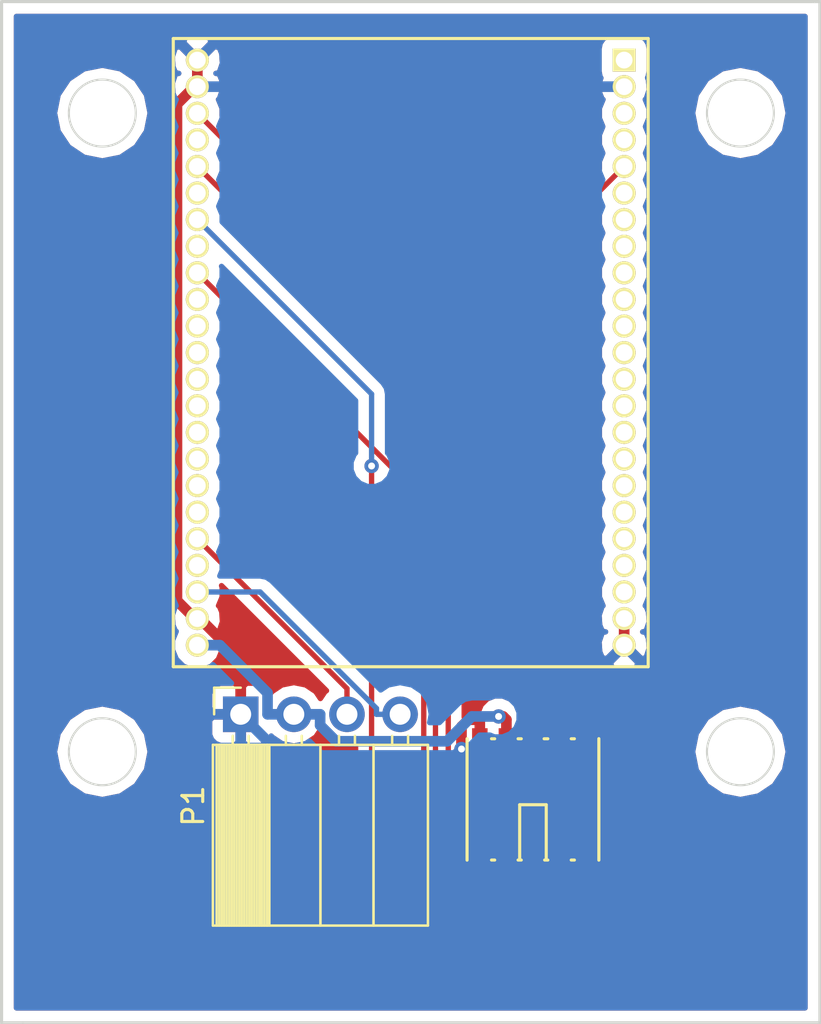
<source format=kicad_pcb>
(kicad_pcb (version 4) (host pcbnew 4.0.4-stable)

  (general
    (links 18)
    (no_connects 0)
    (area 129.819399 88.671399 167.360602 140.944602)
    (thickness 1.6)
    (drawings 10)
    (tracks 70)
    (zones 0)
    (modules 3)
    (nets 43)
  )

  (page A4)
  (layers
    (0 F.Cu signal)
    (31 B.Cu signal)
    (32 B.Adhes user)
    (33 F.Adhes user)
    (34 B.Paste user)
    (35 F.Paste user)
    (36 B.SilkS user)
    (37 F.SilkS user)
    (38 B.Mask user)
    (39 F.Mask user)
    (40 Dwgs.User user)
    (41 Cmts.User user)
    (42 Eco1.User user)
    (43 Eco2.User user)
    (44 Edge.Cuts user)
    (45 Margin user)
    (46 B.CrtYd user)
    (47 F.CrtYd user)
    (48 B.Fab user)
    (49 F.Fab user)
  )

  (setup
    (last_trace_width 0.254)
    (trace_clearance 0.1524)
    (zone_clearance 0.508)
    (zone_45_only no)
    (trace_min 0.1524)
    (segment_width 0.2)
    (edge_width 0.15)
    (via_size 0.6858)
    (via_drill 0.3302)
    (via_min_size 0.6858)
    (via_min_drill 0.3302)
    (uvia_size 0.762)
    (uvia_drill 0.508)
    (uvias_allowed no)
    (uvia_min_size 0)
    (uvia_min_drill 0)
    (pcb_text_width 0.3)
    (pcb_text_size 1.5 1.5)
    (mod_edge_width 0.15)
    (mod_text_size 1 1)
    (mod_text_width 0.15)
    (pad_size 1.524 1.524)
    (pad_drill 0.762)
    (pad_to_mask_clearance 0.2)
    (aux_axis_origin 0 0)
    (visible_elements 7FFFFFFF)
    (pcbplotparams
      (layerselection 0x00030_80000001)
      (usegerberextensions false)
      (excludeedgelayer true)
      (linewidth 0.100000)
      (plotframeref false)
      (viasonmask false)
      (mode 1)
      (useauxorigin false)
      (hpglpennumber 1)
      (hpglpenspeed 20)
      (hpglpendiameter 15)
      (hpglpenoverlay 2)
      (psnegative false)
      (psa4output false)
      (plotreference true)
      (plotvalue true)
      (plotinvisibletext false)
      (padsonsilk false)
      (subtractmaskfromsilk false)
      (outputformat 1)
      (mirror false)
      (drillshape 1)
      (scaleselection 1)
      (outputdirectory ""))
  )

  (net 0 "")
  (net 1 /TCK)
  (net 2 GND)
  (net 3 /TDO)
  (net 4 /3.3V)
  (net 5 /TMS)
  (net 6 "Net-(CON1-Pad6)")
  (net 7 /NC)
  (net 8 /TDI)
  (net 9 "Net-(IC1-Pad35)")
  (net 10 "Net-(IC1-Pad12)")
  (net 11 "Net-(IC1-Pad13)")
  (net 12 "Net-(IC1-Pad14)")
  (net 13 "Net-(IC1-Pad15)")
  (net 14 "Net-(IC1-Pad16)")
  (net 15 "Net-(IC1-Pad17)")
  (net 16 "Net-(IC1-Pad18)")
  (net 17 "Net-(IC1-Pad19)")
  (net 18 "Net-(IC1-Pad20)")
  (net 19 "Net-(IC1-Pad21)")
  (net 20 "Net-(IC1-Pad11)")
  (net 21 "Net-(IC1-Pad10)")
  (net 22 "Net-(IC1-Pad9)")
  (net 23 "Net-(IC1-Pad8)")
  (net 24 "Net-(IC1-Pad7)")
  (net 25 "Net-(IC1-Pad6)")
  (net 26 "Net-(IC1-Pad4)")
  (net 27 "Net-(IC1-Pad3)")
  (net 28 "Net-(IC1-Pad1)")
  (net 29 "Net-(IC1-Pad36)")
  (net 30 "Net-(IC1-Pad37)")
  (net 31 "Net-(IC1-Pad39)")
  (net 32 "Net-(IC1-Pad41)")
  (net 33 "Net-(IC1-Pad43)")
  (net 34 "Net-(IC1-Pad34)")
  (net 35 "Net-(IC1-Pad33)")
  (net 36 "Net-(IC1-Pad32)")
  (net 37 "Net-(IC1-Pad31)")
  (net 38 "Net-(IC1-Pad30)")
  (net 39 "Net-(IC1-Pad29)")
  (net 40 "Net-(IC1-Pad28)")
  (net 41 "Net-(IC1-Pad27)")
  (net 42 "Net-(IC1-Pad26)")

  (net_class Default "This is the default net class."
    (clearance 0.1524)
    (trace_width 0.254)
    (via_dia 0.6858)
    (via_drill 0.3302)
    (uvia_dia 0.762)
    (uvia_drill 0.508)
    (add_net /NC)
    (add_net /TCK)
    (add_net /TDI)
    (add_net /TDO)
    (add_net /TMS)
    (add_net "Net-(CON1-Pad6)")
    (add_net "Net-(IC1-Pad1)")
    (add_net "Net-(IC1-Pad10)")
    (add_net "Net-(IC1-Pad11)")
    (add_net "Net-(IC1-Pad12)")
    (add_net "Net-(IC1-Pad13)")
    (add_net "Net-(IC1-Pad14)")
    (add_net "Net-(IC1-Pad15)")
    (add_net "Net-(IC1-Pad16)")
    (add_net "Net-(IC1-Pad17)")
    (add_net "Net-(IC1-Pad18)")
    (add_net "Net-(IC1-Pad19)")
    (add_net "Net-(IC1-Pad20)")
    (add_net "Net-(IC1-Pad21)")
    (add_net "Net-(IC1-Pad26)")
    (add_net "Net-(IC1-Pad27)")
    (add_net "Net-(IC1-Pad28)")
    (add_net "Net-(IC1-Pad29)")
    (add_net "Net-(IC1-Pad3)")
    (add_net "Net-(IC1-Pad30)")
    (add_net "Net-(IC1-Pad31)")
    (add_net "Net-(IC1-Pad32)")
    (add_net "Net-(IC1-Pad33)")
    (add_net "Net-(IC1-Pad34)")
    (add_net "Net-(IC1-Pad35)")
    (add_net "Net-(IC1-Pad36)")
    (add_net "Net-(IC1-Pad37)")
    (add_net "Net-(IC1-Pad39)")
    (add_net "Net-(IC1-Pad4)")
    (add_net "Net-(IC1-Pad41)")
    (add_net "Net-(IC1-Pad43)")
    (add_net "Net-(IC1-Pad6)")
    (add_net "Net-(IC1-Pad7)")
    (add_net "Net-(IC1-Pad8)")
    (add_net "Net-(IC1-Pad9)")
  )

  (net_class GND ""
    (clearance 0.1524)
    (trace_width 0.508)
    (via_dia 0.6858)
    (via_drill 0.3302)
    (uvia_dia 0.762)
    (uvia_drill 0.508)
    (add_net /3.3V)
    (add_net GND)
  )

  (module pkl_samtec:FTSH-105-XX-X-DV (layer F.Cu) (tedit 576E3874) (tstamp 58AFFAD9)
    (at 157.48 122.428 180)
    (path /58ADA11E)
    (fp_text reference CON1 (at 0 4.5 180) (layer F.Fab)
      (effects (font (size 1 1) (thickness 0.15)))
    )
    (fp_text value AVR-JTAG-ICE (at 0 -4.5 180) (layer F.Fab)
      (effects (font (size 1 1) (thickness 0.15)))
    )
    (fp_line (start -3.3 -3.05) (end 3.3 -3.05) (layer F.CrtYd) (width 0.05))
    (fp_line (start -3.3 3.05) (end -3.3 -3.05) (layer F.CrtYd) (width 0.05))
    (fp_line (start 3.3 3.05) (end -3.3 3.05) (layer F.CrtYd) (width 0.05))
    (fp_line (start 3.3 -3.05) (end 3.3 3.05) (layer F.CrtYd) (width 0.05))
    (fp_line (start -0.635 -0.254) (end -0.635 -2.794) (layer F.SilkS) (width 0.15))
    (fp_line (start 0.635 -0.254) (end -0.635 -0.254) (layer F.SilkS) (width 0.15))
    (fp_line (start 0.635 -2.794) (end 0.635 -0.254) (layer F.SilkS) (width 0.15))
    (fp_line (start 1.8288 2.8956) (end 1.9812 2.8956) (layer F.SilkS) (width 0.15))
    (fp_line (start 0.5588 2.8956) (end 0.7112 2.8956) (layer F.SilkS) (width 0.15))
    (fp_line (start -0.7112 2.8956) (end -0.5334 2.8956) (layer F.SilkS) (width 0.15))
    (fp_line (start -1.9812 2.8956) (end -1.8288 2.8956) (layer F.SilkS) (width 0.15))
    (fp_line (start -1.8288 -2.8956) (end -1.9812 -2.8956) (layer F.SilkS) (width 0.15))
    (fp_line (start -0.5588 -2.8956) (end -0.7112 -2.8956) (layer F.SilkS) (width 0.15))
    (fp_line (start 0.7112 -2.8956) (end 0.5588 -2.8956) (layer F.SilkS) (width 0.15))
    (fp_line (start 1.9812 -2.8956) (end 1.8288 -2.8956) (layer F.SilkS) (width 0.15))
    (fp_line (start 3.15 2.9) (end 3.15 -2.9) (layer F.SilkS) (width 0.15))
    (fp_line (start -3.15 2.9) (end -3.15 -2.9) (layer F.SilkS) (width 0.15))
    (pad 1 smd rect (at 2.54 -2) (size 0.74 2.8) (layers F.Cu F.Paste F.Mask)
      (net 1 /TCK))
    (pad 2 smd rect (at 2.54 2) (size 0.74 2.8) (layers F.Cu F.Paste F.Mask)
      (net 2 GND))
    (pad 3 smd rect (at 1.27 -2) (size 0.74 2.8) (layers F.Cu F.Paste F.Mask)
      (net 3 /TDO))
    (pad 4 smd rect (at 1.27 2) (size 0.74 2.8) (layers F.Cu F.Paste F.Mask)
      (net 4 /3.3V))
    (pad 5 smd rect (at 0 -2) (size 0.74 2.8) (layers F.Cu F.Paste F.Mask)
      (net 5 /TMS))
    (pad 6 smd rect (at 0 2) (size 0.74 2.8) (layers F.Cu F.Paste F.Mask)
      (net 6 "Net-(CON1-Pad6)"))
    (pad 7 smd rect (at -1.27 -2) (size 0.74 2.8) (layers F.Cu F.Paste F.Mask)
      (net 7 /NC))
    (pad 8 smd rect (at -1.27 2) (size 0.74 2.8) (layers F.Cu F.Paste F.Mask)
      (net 6 "Net-(CON1-Pad6)"))
    (pad 9 smd rect (at -2.54 -2) (size 0.74 2.8) (layers F.Cu F.Paste F.Mask)
      (net 8 /TDI))
    (pad 10 smd rect (at -2.54 2) (size 0.74 2.8) (layers F.Cu F.Paste F.Mask)
      (net 2 GND))
  )

  (module acronet:deRFmega128-22A02 (layer F.Cu) (tedit 0) (tstamp 58AFFB0F)
    (at 151.638 101.092 90)
    (descr "dresden elektronik deRFmega128-22A02 Radio Module SAMTEC SLM-123-01-L-S (PTH)")
    (tags "RADIO MODULE")
    (path /58AD7C2F)
    (fp_text reference IC1 (at 0 -12.7 90) (layer F.SilkS) hide
      (effects (font (size 1 1) (thickness 0.2)))
    )
    (fp_text value DERFMEGA128-22A02 (at 0 13 90) (layer F.SilkS) hide
      (effects (font (size 1 1) (thickness 0.2)))
    )
    (fp_line (start 15 -11.35) (end -15 -11.35) (layer F.SilkS) (width 0.15))
    (fp_line (start -15 -11.35) (end -15 11.35) (layer F.SilkS) (width 0.15))
    (fp_line (start -15 11.35) (end 15 11.35) (layer F.SilkS) (width 0.15))
    (fp_line (start 15 11.35) (end 15 -11.35) (layer F.SilkS) (width 0.15))
    (pad 35 thru_hole circle (at 0 -10.20064 90) (size 1.09982 1.09982) (drill 0.8001) (layers *.Cu *.Mask F.SilkS)
      (net 9 "Net-(IC1-Pad35)"))
    (pad 12 thru_hole circle (at 0 10.20064 90) (size 1.09982 1.09982) (drill 0.8001) (layers *.Cu *.Mask F.SilkS)
      (net 10 "Net-(IC1-Pad12)"))
    (pad 13 thru_hole circle (at -1.27 10.20064 90) (size 1.09982 1.09982) (drill 0.8001) (layers *.Cu *.Mask F.SilkS)
      (net 11 "Net-(IC1-Pad13)"))
    (pad 14 thru_hole circle (at -2.54 10.20064 90) (size 1.09982 1.09982) (drill 0.8001) (layers *.Cu *.Mask F.SilkS)
      (net 12 "Net-(IC1-Pad14)"))
    (pad 15 thru_hole circle (at -3.81 10.20064 90) (size 1.09982 1.09982) (drill 0.8001) (layers *.Cu *.Mask F.SilkS)
      (net 13 "Net-(IC1-Pad15)"))
    (pad 16 thru_hole circle (at -5.08 10.20064 90) (size 1.09982 1.09982) (drill 0.8001) (layers *.Cu *.Mask F.SilkS)
      (net 14 "Net-(IC1-Pad16)"))
    (pad 17 thru_hole circle (at -6.35 10.20064 90) (size 1.09982 1.09982) (drill 0.8001) (layers *.Cu *.Mask F.SilkS)
      (net 15 "Net-(IC1-Pad17)"))
    (pad 18 thru_hole circle (at -7.62 10.20064 90) (size 1.09982 1.09982) (drill 0.8001) (layers *.Cu *.Mask F.SilkS)
      (net 16 "Net-(IC1-Pad18)"))
    (pad 19 thru_hole circle (at -8.89 10.20064 90) (size 1.09982 1.09982) (drill 0.8001) (layers *.Cu *.Mask F.SilkS)
      (net 17 "Net-(IC1-Pad19)"))
    (pad 20 thru_hole circle (at -10.16 10.20064 90) (size 1.09982 1.09982) (drill 0.8001) (layers *.Cu *.Mask F.SilkS)
      (net 18 "Net-(IC1-Pad20)"))
    (pad 21 thru_hole circle (at -11.43 10.20064 90) (size 1.09982 1.09982) (drill 0.8001) (layers *.Cu *.Mask F.SilkS)
      (net 19 "Net-(IC1-Pad21)"))
    (pad 22 thru_hole circle (at -12.7 10.20064 90) (size 1.09982 1.09982) (drill 0.8001) (layers *.Cu *.Mask F.SilkS)
      (net 2 GND))
    (pad 23 thru_hole circle (at -13.97 10.20064 90) (size 1.09982 1.09982) (drill 0.8001) (layers *.Cu *.Mask F.SilkS)
      (net 2 GND))
    (pad 11 thru_hole circle (at 1.27 10.20064 90) (size 1.09982 1.09982) (drill 0.8001) (layers *.Cu *.Mask F.SilkS)
      (net 20 "Net-(IC1-Pad11)"))
    (pad 10 thru_hole circle (at 2.54 10.20064 90) (size 1.09982 1.09982) (drill 0.8001) (layers *.Cu *.Mask F.SilkS)
      (net 21 "Net-(IC1-Pad10)"))
    (pad 9 thru_hole circle (at 3.81 10.20064 90) (size 1.09982 1.09982) (drill 0.8001) (layers *.Cu *.Mask F.SilkS)
      (net 22 "Net-(IC1-Pad9)"))
    (pad 8 thru_hole circle (at 5.08 10.20064 90) (size 1.09982 1.09982) (drill 0.8001) (layers *.Cu *.Mask F.SilkS)
      (net 23 "Net-(IC1-Pad8)"))
    (pad 7 thru_hole circle (at 6.35 10.20064 90) (size 1.09982 1.09982) (drill 0.8001) (layers *.Cu *.Mask F.SilkS)
      (net 24 "Net-(IC1-Pad7)"))
    (pad 6 thru_hole circle (at 7.62 10.20064 90) (size 1.09982 1.09982) (drill 0.8001) (layers *.Cu *.Mask F.SilkS)
      (net 25 "Net-(IC1-Pad6)"))
    (pad 5 thru_hole circle (at 8.89 10.20064 90) (size 1.09982 1.09982) (drill 0.8001) (layers *.Cu *.Mask F.SilkS)
      (net 6 "Net-(CON1-Pad6)"))
    (pad 4 thru_hole circle (at 10.16 10.20064 90) (size 1.09982 1.09982) (drill 0.8001) (layers *.Cu *.Mask F.SilkS)
      (net 26 "Net-(IC1-Pad4)"))
    (pad 3 thru_hole circle (at 11.43 10.20064 90) (size 1.09982 1.09982) (drill 0.8001) (layers *.Cu *.Mask F.SilkS)
      (net 27 "Net-(IC1-Pad3)"))
    (pad 2 thru_hole circle (at 12.7 10.20064 90) (size 1.09982 1.09982) (drill 0.8001) (layers *.Cu *.Mask F.SilkS)
      (net 2 GND))
    (pad 1 thru_hole rect (at 13.97 10.20064 90) (size 1.09982 1.09982) (drill 0.8001) (layers *.Cu *.Mask F.SilkS)
      (net 28 "Net-(IC1-Pad1)"))
    (pad 36 thru_hole circle (at 1.27 -10.20064 90) (size 1.09982 1.09982) (drill 0.8001) (layers *.Cu *.Mask F.SilkS)
      (net 29 "Net-(IC1-Pad36)"))
    (pad 37 thru_hole circle (at 2.54 -10.20064 90) (size 1.09982 1.09982) (drill 0.8001) (layers *.Cu *.Mask F.SilkS)
      (net 30 "Net-(IC1-Pad37)"))
    (pad 38 thru_hole circle (at 3.81 -10.20064 90) (size 1.09982 1.09982) (drill 0.8001) (layers *.Cu *.Mask F.SilkS)
      (net 1 /TCK))
    (pad 39 thru_hole circle (at 5.08 -10.20064 90) (size 1.09982 1.09982) (drill 0.8001) (layers *.Cu *.Mask F.SilkS)
      (net 31 "Net-(IC1-Pad39)"))
    (pad 40 thru_hole circle (at 6.35 -10.20064 90) (size 1.09982 1.09982) (drill 0.8001) (layers *.Cu *.Mask F.SilkS)
      (net 5 /TMS))
    (pad 41 thru_hole circle (at 7.62 -10.20064 90) (size 1.09982 1.09982) (drill 0.8001) (layers *.Cu *.Mask F.SilkS)
      (net 32 "Net-(IC1-Pad41)"))
    (pad 42 thru_hole circle (at 8.89 -10.20064 90) (size 1.09982 1.09982) (drill 0.8001) (layers *.Cu *.Mask F.SilkS)
      (net 3 /TDO))
    (pad 43 thru_hole circle (at 10.16 -10.20064 90) (size 1.09982 1.09982) (drill 0.8001) (layers *.Cu *.Mask F.SilkS)
      (net 33 "Net-(IC1-Pad43)"))
    (pad 44 thru_hole circle (at 11.43 -10.20064 90) (size 1.09982 1.09982) (drill 0.8001) (layers *.Cu *.Mask F.SilkS)
      (net 8 /TDI))
    (pad 45 thru_hole circle (at 12.7 -10.20064 90) (size 1.09982 1.09982) (drill 0.8001) (layers *.Cu *.Mask F.SilkS)
      (net 2 GND))
    (pad 46 thru_hole circle (at 13.97 -10.20064 90) (size 1.09982 1.09982) (drill 0.8001) (layers *.Cu *.Mask F.SilkS)
      (net 2 GND))
    (pad 34 thru_hole circle (at -1.27 -10.20064 90) (size 1.09982 1.09982) (drill 0.8001) (layers *.Cu *.Mask F.SilkS)
      (net 34 "Net-(IC1-Pad34)"))
    (pad 33 thru_hole circle (at -2.54 -10.20064 90) (size 1.09982 1.09982) (drill 0.8001) (layers *.Cu *.Mask F.SilkS)
      (net 35 "Net-(IC1-Pad33)"))
    (pad 32 thru_hole circle (at -3.81 -10.20064 90) (size 1.09982 1.09982) (drill 0.8001) (layers *.Cu *.Mask F.SilkS)
      (net 36 "Net-(IC1-Pad32)"))
    (pad 31 thru_hole circle (at -5.08 -10.20064 90) (size 1.09982 1.09982) (drill 0.8001) (layers *.Cu *.Mask F.SilkS)
      (net 37 "Net-(IC1-Pad31)"))
    (pad 30 thru_hole circle (at -6.35 -10.20064 90) (size 1.09982 1.09982) (drill 0.8001) (layers *.Cu *.Mask F.SilkS)
      (net 38 "Net-(IC1-Pad30)"))
    (pad 29 thru_hole circle (at -7.62 -10.20064 90) (size 1.09982 1.09982) (drill 0.8001) (layers *.Cu *.Mask F.SilkS)
      (net 39 "Net-(IC1-Pad29)"))
    (pad 28 thru_hole circle (at -8.89 -10.20064 90) (size 1.09982 1.09982) (drill 0.8001) (layers *.Cu *.Mask F.SilkS)
      (net 40 "Net-(IC1-Pad28)"))
    (pad 27 thru_hole circle (at -10.16 -10.20064 90) (size 1.09982 1.09982) (drill 0.8001) (layers *.Cu *.Mask F.SilkS)
      (net 41 "Net-(IC1-Pad27)"))
    (pad 26 thru_hole circle (at -11.43 -10.20064 90) (size 1.09982 1.09982) (drill 0.8001) (layers *.Cu *.Mask F.SilkS)
      (net 42 "Net-(IC1-Pad26)"))
    (pad 25 thru_hole circle (at -12.7 -10.20064 90) (size 1.09982 1.09982) (drill 0.8001) (layers *.Cu *.Mask F.SilkS)
      (net 2 GND))
    (pad 24 thru_hole circle (at -13.97 -10.20064 90) (size 1.09982 1.09982) (drill 0.8001) (layers *.Cu *.Mask F.SilkS)
      (net 4 /3.3V))
  )

  (module Socket_Strips:Socket_Strip_Angled_1x04_Pitch2.54mm (layer F.Cu) (tedit 588DE956) (tstamp 58AFFB6B)
    (at 143.51 118.364 90)
    (descr "Through hole angled socket strip, 1x04, 2.54mm pitch, 8.51mm socket length, single row")
    (tags "Through hole angled socket strip THT 1x04 2.54mm single row")
    (path /58AD7C4E)
    (fp_text reference P1 (at -4.38 -2.27 90) (layer F.SilkS)
      (effects (font (size 1 1) (thickness 0.15)))
    )
    (fp_text value TELE (at -4.38 9.89 90) (layer F.Fab)
      (effects (font (size 1 1) (thickness 0.15)))
    )
    (fp_line (start -1.52 -1.27) (end -1.52 1.27) (layer F.Fab) (width 0.1))
    (fp_line (start -1.52 1.27) (end -10.03 1.27) (layer F.Fab) (width 0.1))
    (fp_line (start -10.03 1.27) (end -10.03 -1.27) (layer F.Fab) (width 0.1))
    (fp_line (start -10.03 -1.27) (end -1.52 -1.27) (layer F.Fab) (width 0.1))
    (fp_line (start 0 -0.32) (end 0 0.32) (layer F.Fab) (width 0.1))
    (fp_line (start 0 0.32) (end -1.52 0.32) (layer F.Fab) (width 0.1))
    (fp_line (start -1.52 0.32) (end -1.52 -0.32) (layer F.Fab) (width 0.1))
    (fp_line (start -1.52 -0.32) (end 0 -0.32) (layer F.Fab) (width 0.1))
    (fp_line (start -1.52 1.27) (end -1.52 3.81) (layer F.Fab) (width 0.1))
    (fp_line (start -1.52 3.81) (end -10.03 3.81) (layer F.Fab) (width 0.1))
    (fp_line (start -10.03 3.81) (end -10.03 1.27) (layer F.Fab) (width 0.1))
    (fp_line (start -10.03 1.27) (end -1.52 1.27) (layer F.Fab) (width 0.1))
    (fp_line (start 0 2.22) (end 0 2.86) (layer F.Fab) (width 0.1))
    (fp_line (start 0 2.86) (end -1.52 2.86) (layer F.Fab) (width 0.1))
    (fp_line (start -1.52 2.86) (end -1.52 2.22) (layer F.Fab) (width 0.1))
    (fp_line (start -1.52 2.22) (end 0 2.22) (layer F.Fab) (width 0.1))
    (fp_line (start -1.52 3.81) (end -1.52 6.35) (layer F.Fab) (width 0.1))
    (fp_line (start -1.52 6.35) (end -10.03 6.35) (layer F.Fab) (width 0.1))
    (fp_line (start -10.03 6.35) (end -10.03 3.81) (layer F.Fab) (width 0.1))
    (fp_line (start -10.03 3.81) (end -1.52 3.81) (layer F.Fab) (width 0.1))
    (fp_line (start 0 4.76) (end 0 5.4) (layer F.Fab) (width 0.1))
    (fp_line (start 0 5.4) (end -1.52 5.4) (layer F.Fab) (width 0.1))
    (fp_line (start -1.52 5.4) (end -1.52 4.76) (layer F.Fab) (width 0.1))
    (fp_line (start -1.52 4.76) (end 0 4.76) (layer F.Fab) (width 0.1))
    (fp_line (start -1.52 6.35) (end -1.52 8.89) (layer F.Fab) (width 0.1))
    (fp_line (start -1.52 8.89) (end -10.03 8.89) (layer F.Fab) (width 0.1))
    (fp_line (start -10.03 8.89) (end -10.03 6.35) (layer F.Fab) (width 0.1))
    (fp_line (start -10.03 6.35) (end -1.52 6.35) (layer F.Fab) (width 0.1))
    (fp_line (start 0 7.3) (end 0 7.94) (layer F.Fab) (width 0.1))
    (fp_line (start 0 7.94) (end -1.52 7.94) (layer F.Fab) (width 0.1))
    (fp_line (start -1.52 7.94) (end -1.52 7.3) (layer F.Fab) (width 0.1))
    (fp_line (start -1.52 7.3) (end 0 7.3) (layer F.Fab) (width 0.1))
    (fp_line (start -1.46 -1.33) (end -1.46 1.27) (layer F.SilkS) (width 0.12))
    (fp_line (start -1.46 1.27) (end -10.09 1.27) (layer F.SilkS) (width 0.12))
    (fp_line (start -10.09 1.27) (end -10.09 -1.33) (layer F.SilkS) (width 0.12))
    (fp_line (start -10.09 -1.33) (end -1.46 -1.33) (layer F.SilkS) (width 0.12))
    (fp_line (start -1.03 -0.38) (end -1.46 -0.38) (layer F.SilkS) (width 0.12))
    (fp_line (start -1.03 0.38) (end -1.46 0.38) (layer F.SilkS) (width 0.12))
    (fp_line (start -1.46 -1.15) (end -10.09 -1.15) (layer F.SilkS) (width 0.12))
    (fp_line (start -1.46 -1.03) (end -10.09 -1.03) (layer F.SilkS) (width 0.12))
    (fp_line (start -1.46 -0.91) (end -10.09 -0.91) (layer F.SilkS) (width 0.12))
    (fp_line (start -1.46 -0.79) (end -10.09 -0.79) (layer F.SilkS) (width 0.12))
    (fp_line (start -1.46 -0.67) (end -10.09 -0.67) (layer F.SilkS) (width 0.12))
    (fp_line (start -1.46 -0.55) (end -10.09 -0.55) (layer F.SilkS) (width 0.12))
    (fp_line (start -1.46 -0.43) (end -10.09 -0.43) (layer F.SilkS) (width 0.12))
    (fp_line (start -1.46 -0.31) (end -10.09 -0.31) (layer F.SilkS) (width 0.12))
    (fp_line (start -1.46 -0.19) (end -10.09 -0.19) (layer F.SilkS) (width 0.12))
    (fp_line (start -1.46 -0.07) (end -10.09 -0.07) (layer F.SilkS) (width 0.12))
    (fp_line (start -1.46 0.05) (end -10.09 0.05) (layer F.SilkS) (width 0.12))
    (fp_line (start -1.46 0.17) (end -10.09 0.17) (layer F.SilkS) (width 0.12))
    (fp_line (start -1.46 0.29) (end -10.09 0.29) (layer F.SilkS) (width 0.12))
    (fp_line (start -1.46 0.41) (end -10.09 0.41) (layer F.SilkS) (width 0.12))
    (fp_line (start -1.46 0.53) (end -10.09 0.53) (layer F.SilkS) (width 0.12))
    (fp_line (start -1.46 0.65) (end -10.09 0.65) (layer F.SilkS) (width 0.12))
    (fp_line (start -1.46 0.77) (end -10.09 0.77) (layer F.SilkS) (width 0.12))
    (fp_line (start -1.46 0.89) (end -10.09 0.89) (layer F.SilkS) (width 0.12))
    (fp_line (start -1.46 1.01) (end -10.09 1.01) (layer F.SilkS) (width 0.12))
    (fp_line (start -1.46 1.13) (end -10.09 1.13) (layer F.SilkS) (width 0.12))
    (fp_line (start -1.46 1.25) (end -10.09 1.25) (layer F.SilkS) (width 0.12))
    (fp_line (start -1.46 1.37) (end -10.09 1.37) (layer F.SilkS) (width 0.12))
    (fp_line (start -1.46 1.27) (end -1.46 3.81) (layer F.SilkS) (width 0.12))
    (fp_line (start -1.46 3.81) (end -10.09 3.81) (layer F.SilkS) (width 0.12))
    (fp_line (start -10.09 3.81) (end -10.09 1.27) (layer F.SilkS) (width 0.12))
    (fp_line (start -10.09 1.27) (end -1.46 1.27) (layer F.SilkS) (width 0.12))
    (fp_line (start -1.03 2.16) (end -1.46 2.16) (layer F.SilkS) (width 0.12))
    (fp_line (start -1.03 2.92) (end -1.46 2.92) (layer F.SilkS) (width 0.12))
    (fp_line (start -1.46 3.81) (end -1.46 6.35) (layer F.SilkS) (width 0.12))
    (fp_line (start -1.46 6.35) (end -10.09 6.35) (layer F.SilkS) (width 0.12))
    (fp_line (start -10.09 6.35) (end -10.09 3.81) (layer F.SilkS) (width 0.12))
    (fp_line (start -10.09 3.81) (end -1.46 3.81) (layer F.SilkS) (width 0.12))
    (fp_line (start -1.03 4.7) (end -1.46 4.7) (layer F.SilkS) (width 0.12))
    (fp_line (start -1.03 5.46) (end -1.46 5.46) (layer F.SilkS) (width 0.12))
    (fp_line (start -1.46 6.35) (end -1.46 8.95) (layer F.SilkS) (width 0.12))
    (fp_line (start -1.46 8.95) (end -10.09 8.95) (layer F.SilkS) (width 0.12))
    (fp_line (start -10.09 8.95) (end -10.09 6.35) (layer F.SilkS) (width 0.12))
    (fp_line (start -10.09 6.35) (end -1.46 6.35) (layer F.SilkS) (width 0.12))
    (fp_line (start -1.03 7.24) (end -1.46 7.24) (layer F.SilkS) (width 0.12))
    (fp_line (start -1.03 8) (end -1.46 8) (layer F.SilkS) (width 0.12))
    (fp_line (start 0 -1.27) (end 1.27 -1.27) (layer F.SilkS) (width 0.12))
    (fp_line (start 1.27 -1.27) (end 1.27 0) (layer F.SilkS) (width 0.12))
    (fp_line (start 1.55 -1.55) (end 1.55 9.15) (layer F.CrtYd) (width 0.05))
    (fp_line (start 1.55 9.15) (end -10.3 9.15) (layer F.CrtYd) (width 0.05))
    (fp_line (start -10.3 9.15) (end -10.3 -1.55) (layer F.CrtYd) (width 0.05))
    (fp_line (start -10.3 -1.55) (end 1.55 -1.55) (layer F.CrtYd) (width 0.05))
    (pad 1 thru_hole rect (at 0 0 90) (size 1.7 1.7) (drill 1) (layers *.Cu *.Mask)
      (net 2 GND))
    (pad 2 thru_hole oval (at 0 2.54 90) (size 1.7 1.7) (drill 1) (layers *.Cu *.Mask)
      (net 4 /3.3V))
    (pad 3 thru_hole oval (at 0 5.08 90) (size 1.7 1.7) (drill 1) (layers *.Cu *.Mask)
      (net 40 "Net-(IC1-Pad28)"))
    (pad 4 thru_hole oval (at 0 7.62 90) (size 1.7 1.7) (drill 1) (layers *.Cu *.Mask)
      (net 42 "Net-(IC1-Pad26)"))
    (model Socket_Strips.3dshapes/Socket_Strip_Angled_1x04_Pitch2.54mm.wrl
      (at (xyz 0 -0.15 0))
      (scale (xyz 1 1 1))
      (rotate (xyz 0 0 270))
    )
  )

  (gr_line (start 132.08 133.096) (end 132.08 84.328) (angle 90) (layer Edge.Cuts) (width 0.15))
  (gr_line (start 133.096 133.096) (end 132.08 133.096) (angle 90) (layer Edge.Cuts) (width 0.15))
  (gr_line (start 171.196 133.096) (end 133.096 133.096) (angle 90) (layer Edge.Cuts) (width 0.15))
  (gr_line (start 171.196 84.328) (end 171.196 133.096) (angle 90) (layer Edge.Cuts) (width 0.15))
  (gr_line (start 170.942 84.328) (end 171.196 84.328) (angle 90) (layer Edge.Cuts) (width 0.15))
  (gr_line (start 132.08 84.328) (end 170.942 84.328) (angle 90) (layer Edge.Cuts) (width 0.15))
  (gr_circle (center 167.396 89.652) (end 168.996 89.652) (layer Edge.Cuts) (width 0.1))
  (gr_circle (center 167.396 120.152) (end 168.996 120.152) (layer Edge.Cuts) (width 0.1))
  (gr_circle (center 136.896 120.152) (end 138.496 120.152) (layer Edge.Cuts) (width 0.1))
  (gr_circle (center 136.896 89.652) (end 138.496 89.652) (layer Edge.Cuts) (width 0.1))

  (segment (start 152.2598 121.7478) (end 154.94 124.428) (width 0.254) (layer F.Cu) (net 1))
  (segment (start 152.2598 108.1044) (end 152.2598 121.7478) (width 0.254) (layer F.Cu) (net 1))
  (segment (start 141.4374 97.282) (end 152.2598 108.1044) (width 0.254) (layer F.Cu) (net 1))
  (via (at 154.0637 120.0217) (size 0.6858) (layers F.Cu B.Cu) (net 2))
  (segment (start 141.4374 88.392) (end 161.8386 88.392) (width 0.508) (layer B.Cu) (net 2))
  (segment (start 141.4374 87.122) (end 141.4374 88.392) (width 0.508) (layer F.Cu) (net 2))
  (segment (start 161.8386 115.062) (end 161.8386 113.792) (width 0.508) (layer F.Cu) (net 2))
  (segment (start 160.02 116.8806) (end 160.02 120.428) (width 0.508) (layer F.Cu) (net 2))
  (segment (start 161.8386 115.062) (end 160.02 116.8806) (width 0.508) (layer F.Cu) (net 2))
  (segment (start 141.5563 113.792) (end 141.4374 113.792) (width 0.508) (layer F.Cu) (net 2))
  (segment (start 143.51 115.7457) (end 141.5563 113.792) (width 0.508) (layer F.Cu) (net 2))
  (segment (start 143.51 118.364) (end 143.51 115.7457) (width 0.508) (layer F.Cu) (net 2))
  (segment (start 141.2984 88.392) (end 141.4374 88.392) (width 0.508) (layer F.Cu) (net 2))
  (segment (start 140.4645 89.2259) (end 141.2984 88.392) (width 0.508) (layer F.Cu) (net 2))
  (segment (start 140.4645 112.9387) (end 140.4645 89.2259) (width 0.508) (layer F.Cu) (net 2))
  (segment (start 141.3178 113.792) (end 140.4645 112.9387) (width 0.508) (layer F.Cu) (net 2))
  (segment (start 141.4374 113.792) (end 141.3178 113.792) (width 0.508) (layer F.Cu) (net 2))
  (segment (start 154.3923 118.6213) (end 154.94 118.6213) (width 0.508) (layer F.Cu) (net 2))
  (segment (start 154.0637 118.9499) (end 154.3923 118.6213) (width 0.508) (layer F.Cu) (net 2))
  (segment (start 154.0637 120.0217) (end 154.0637 118.9499) (width 0.508) (layer F.Cu) (net 2))
  (segment (start 154.94 120.428) (end 154.94 118.6213) (width 0.508) (layer F.Cu) (net 2))
  (segment (start 153.7561 120.3293) (end 154.0637 120.0217) (width 0.508) (layer B.Cu) (net 2))
  (segment (start 145.4753 120.3293) (end 153.7561 120.3293) (width 0.508) (layer B.Cu) (net 2))
  (segment (start 143.51 118.364) (end 145.4753 120.3293) (width 0.508) (layer B.Cu) (net 2))
  (segment (start 156.8789 120.0217) (end 161.8386 115.062) (width 0.508) (layer B.Cu) (net 2))
  (segment (start 154.0637 120.0217) (end 156.8789 120.0217) (width 0.508) (layer B.Cu) (net 2))
  (segment (start 156.21 124.428) (end 156.21 122.7483) (width 0.254) (layer F.Cu) (net 3))
  (segment (start 152.8205 103.5851) (end 141.4374 92.202) (width 0.254) (layer F.Cu) (net 3))
  (segment (start 152.8206 103.5851) (end 152.8205 103.5851) (width 0.254) (layer F.Cu) (net 3))
  (segment (start 152.8206 121.0827) (end 152.8206 103.5851) (width 0.254) (layer F.Cu) (net 3))
  (segment (start 154.4862 122.7483) (end 152.8206 121.0827) (width 0.254) (layer F.Cu) (net 3))
  (segment (start 156.21 122.7483) (end 154.4862 122.7483) (width 0.254) (layer F.Cu) (net 3))
  (via (at 155.8369 118.4667) (size 0.6858) (layers F.Cu B.Cu) (net 4))
  (segment (start 142.5124 115.062) (end 141.4374 115.062) (width 0.508) (layer B.Cu) (net 4))
  (segment (start 144.7933 117.3429) (end 142.5124 115.062) (width 0.508) (layer B.Cu) (net 4))
  (segment (start 144.7933 118.364) (end 144.7933 117.3429) (width 0.508) (layer B.Cu) (net 4))
  (segment (start 146.05 118.364) (end 144.7933 118.364) (width 0.508) (layer B.Cu) (net 4))
  (segment (start 146.05 118.364) (end 147.3067 118.364) (width 0.508) (layer B.Cu) (net 4))
  (segment (start 156.21 120.428) (end 156.21 118.6213) (width 0.508) (layer F.Cu) (net 4))
  (segment (start 156.0554 118.4667) (end 155.8369 118.4667) (width 0.508) (layer F.Cu) (net 4))
  (segment (start 156.21 118.6213) (end 156.0554 118.4667) (width 0.508) (layer F.Cu) (net 4))
  (segment (start 147.3067 118.8895) (end 147.3067 118.364) (width 0.508) (layer B.Cu) (net 4))
  (segment (start 148.0691 119.6519) (end 147.3067 118.8895) (width 0.508) (layer B.Cu) (net 4))
  (segment (start 153.3734 119.6519) (end 148.0691 119.6519) (width 0.508) (layer B.Cu) (net 4))
  (segment (start 154.5586 118.4667) (end 153.3734 119.6519) (width 0.508) (layer B.Cu) (net 4))
  (segment (start 155.8369 118.4667) (end 154.5586 118.4667) (width 0.508) (layer B.Cu) (net 4))
  (via (at 149.7663 106.5058) (size 0.6858) (layers F.Cu B.Cu) (net 5))
  (segment (start 157.48 124.428) (end 157.48 126.1077) (width 0.254) (layer F.Cu) (net 5))
  (segment (start 149.7663 103.0709) (end 149.7663 106.5058) (width 0.254) (layer B.Cu) (net 5))
  (segment (start 141.4374 94.742) (end 149.7663 103.0709) (width 0.254) (layer B.Cu) (net 5))
  (segment (start 149.7663 121.4611) (end 149.7663 106.5058) (width 0.254) (layer F.Cu) (net 5))
  (segment (start 154.4129 126.1077) (end 149.7663 121.4611) (width 0.254) (layer F.Cu) (net 5))
  (segment (start 157.48 126.1077) (end 154.4129 126.1077) (width 0.254) (layer F.Cu) (net 5))
  (segment (start 157.48 120.428) (end 157.48 118.7483) (width 0.254) (layer F.Cu) (net 6))
  (segment (start 158.75 118.7483) (end 157.48 118.7483) (width 0.254) (layer F.Cu) (net 6))
  (segment (start 158.75 95.2906) (end 158.75 118.7483) (width 0.254) (layer F.Cu) (net 6))
  (segment (start 161.8386 92.202) (end 158.75 95.2906) (width 0.254) (layer F.Cu) (net 6))
  (segment (start 158.75 118.7483) (end 158.75 120.428) (width 0.254) (layer F.Cu) (net 6))
  (segment (start 160.02 124.428) (end 160.02 122.7483) (width 0.254) (layer F.Cu) (net 8))
  (segment (start 153.4304 101.655) (end 141.4374 89.662) (width 0.254) (layer F.Cu) (net 8))
  (segment (start 153.4304 121.1174) (end 153.4304 101.655) (width 0.254) (layer F.Cu) (net 8))
  (segment (start 154.475 122.162) (end 153.4304 121.1174) (width 0.254) (layer F.Cu) (net 8))
  (segment (start 159.4337 122.162) (end 154.475 122.162) (width 0.254) (layer F.Cu) (net 8))
  (segment (start 160.02 122.7483) (end 159.4337 122.162) (width 0.254) (layer F.Cu) (net 8))
  (segment (start 148.59 117.1346) (end 141.4374 109.982) (width 0.254) (layer F.Cu) (net 40))
  (segment (start 148.59 118.364) (end 148.59 117.1346) (width 0.254) (layer F.Cu) (net 40))
  (segment (start 144.4407 112.522) (end 141.4374 112.522) (width 0.254) (layer B.Cu) (net 42))
  (segment (start 150.0003 118.0816) (end 144.4407 112.522) (width 0.254) (layer B.Cu) (net 42))
  (segment (start 150.0003 118.364) (end 150.0003 118.0816) (width 0.254) (layer B.Cu) (net 42))
  (segment (start 151.13 118.364) (end 150.0003 118.364) (width 0.254) (layer B.Cu) (net 42))

  (zone (net 2) (net_name GND) (layer F.Cu) (tstamp 58AFFDDF) (hatch edge 0.508)
    (connect_pads (clearance 0.508))
    (min_thickness 0.254)
    (fill yes (arc_segments 16) (thermal_gap 0.508) (thermal_bridge_width 0.508))
    (polygon
      (pts
        (xy 171.196 133.096) (xy 132.08 133.096) (xy 132.08 84.328) (xy 171.196 84.328)
      )
    )
    (filled_polygon
      (pts
        (xy 170.486 132.386) (xy 132.79 132.386) (xy 132.79 120.152) (xy 134.611 120.152) (xy 134.784935 121.026432)
        (xy 135.280261 121.767739) (xy 136.021568 122.263065) (xy 136.896 122.437) (xy 137.770432 122.263065) (xy 138.511739 121.767739)
        (xy 139.007065 121.026432) (xy 139.181 120.152) (xy 139.007065 119.277568) (xy 138.587571 118.64975) (xy 142.025 118.64975)
        (xy 142.025 119.340309) (xy 142.121673 119.573698) (xy 142.300301 119.752327) (xy 142.53369 119.849) (xy 143.22425 119.849)
        (xy 143.383 119.69025) (xy 143.383 118.491) (xy 142.18375 118.491) (xy 142.025 118.64975) (xy 138.587571 118.64975)
        (xy 138.511739 118.536261) (xy 137.770432 118.040935) (xy 136.896 117.867) (xy 136.021568 118.040935) (xy 135.280261 118.536261)
        (xy 134.784935 119.277568) (xy 134.611 120.152) (xy 132.79 120.152) (xy 132.79 117.387691) (xy 142.025 117.387691)
        (xy 142.025 118.07825) (xy 142.18375 118.237) (xy 143.383 118.237) (xy 143.383 117.03775) (xy 143.22425 116.879)
        (xy 142.53369 116.879) (xy 142.300301 116.975673) (xy 142.121673 117.154302) (xy 142.025 117.387691) (xy 132.79 117.387691)
        (xy 132.79 89.652) (xy 134.611 89.652) (xy 134.784935 90.526432) (xy 135.280261 91.267739) (xy 136.021568 91.763065)
        (xy 136.896 91.937) (xy 137.770432 91.763065) (xy 138.511739 91.267739) (xy 139.007065 90.526432) (xy 139.181 89.652)
        (xy 139.007065 88.777568) (xy 138.511739 88.036261) (xy 137.770432 87.540935) (xy 136.896 87.367) (xy 136.021568 87.540935)
        (xy 135.280261 88.036261) (xy 134.784935 88.777568) (xy 134.611 89.652) (xy 132.79 89.652) (xy 132.79 86.965022)
        (xy 140.239479 86.965022) (xy 140.270589 87.435381) (xy 140.390734 87.725438) (xy 140.551191 87.757) (xy 140.390734 87.788562)
        (xy 140.239479 88.235022) (xy 140.270589 88.705381) (xy 140.390734 88.995438) (xy 140.428088 89.002786) (xy 140.252656 89.425273)
        (xy 140.252245 89.896659) (xy 140.417847 90.297449) (xy 140.252656 90.695273) (xy 140.252245 91.166659) (xy 140.417847 91.567449)
        (xy 140.252656 91.965273) (xy 140.252245 92.436659) (xy 140.417847 92.837449) (xy 140.252656 93.235273) (xy 140.252245 93.706659)
        (xy 140.417847 94.107449) (xy 140.252656 94.505273) (xy 140.252245 94.976659) (xy 140.417847 95.377449) (xy 140.252656 95.775273)
        (xy 140.252245 96.246659) (xy 140.417847 96.647449) (xy 140.252656 97.045273) (xy 140.252245 97.516659) (xy 140.417847 97.917449)
        (xy 140.252656 98.315273) (xy 140.252245 98.786659) (xy 140.417847 99.187449) (xy 140.252656 99.585273) (xy 140.252245 100.056659)
        (xy 140.417847 100.457449) (xy 140.252656 100.855273) (xy 140.252245 101.326659) (xy 140.417847 101.727449) (xy 140.252656 102.125273)
        (xy 140.252245 102.596659) (xy 140.417847 102.997449) (xy 140.252656 103.395273) (xy 140.252245 103.866659) (xy 140.417847 104.267449)
        (xy 140.252656 104.665273) (xy 140.252245 105.136659) (xy 140.417847 105.537449) (xy 140.252656 105.935273) (xy 140.252245 106.406659)
        (xy 140.417847 106.807449) (xy 140.252656 107.205273) (xy 140.252245 107.676659) (xy 140.417847 108.077449) (xy 140.252656 108.475273)
        (xy 140.252245 108.946659) (xy 140.417847 109.347449) (xy 140.252656 109.745273) (xy 140.252245 110.216659) (xy 140.417847 110.617449)
        (xy 140.252656 111.015273) (xy 140.252245 111.486659) (xy 140.417847 111.887449) (xy 140.252656 112.285273) (xy 140.252245 112.756659)
        (xy 140.427699 113.181291) (xy 140.390734 113.188562) (xy 140.239479 113.635022) (xy 140.270589 114.105381) (xy 140.390734 114.395438)
        (xy 140.428088 114.402786) (xy 140.252656 114.825273) (xy 140.252245 115.296659) (xy 140.432256 115.732321) (xy 140.765286 116.065932)
        (xy 141.200633 116.246704) (xy 141.672019 116.247115) (xy 142.107681 116.067104) (xy 142.441292 115.734074) (xy 142.622064 115.298727)
        (xy 142.622475 114.827341) (xy 142.447021 114.402709) (xy 142.483986 114.395438) (xy 142.635241 113.948978) (xy 142.604131 113.478619)
        (xy 142.483986 113.188562) (xy 142.446632 113.181214) (xy 142.622064 112.758727) (xy 142.622475 112.287341) (xy 142.592454 112.214684)
        (xy 147.613486 117.235716) (xy 147.539946 117.284853) (xy 147.32 117.614026) (xy 147.100054 117.284853) (xy 146.618285 116.962946)
        (xy 146.05 116.849907) (xy 145.481715 116.962946) (xy 144.999946 117.284853) (xy 144.970597 117.328777) (xy 144.898327 117.154302)
        (xy 144.719699 116.975673) (xy 144.48631 116.879) (xy 143.79575 116.879) (xy 143.637 117.03775) (xy 143.637 118.237)
        (xy 143.657 118.237) (xy 143.657 118.491) (xy 143.637 118.491) (xy 143.637 119.69025) (xy 143.79575 119.849)
        (xy 144.48631 119.849) (xy 144.719699 119.752327) (xy 144.898327 119.573698) (xy 144.970597 119.399223) (xy 144.999946 119.443147)
        (xy 145.481715 119.765054) (xy 146.05 119.878093) (xy 146.618285 119.765054) (xy 147.100054 119.443147) (xy 147.32 119.113974)
        (xy 147.539946 119.443147) (xy 148.021715 119.765054) (xy 148.59 119.878093) (xy 149.0043 119.795684) (xy 149.0043 121.4611)
        (xy 149.062304 121.752705) (xy 149.197013 121.95431) (xy 149.227485 121.999915) (xy 153.874085 126.646516) (xy 154.022277 126.745534)
        (xy 154.121295 126.811696) (xy 154.4129 126.8697) (xy 157.48 126.8697) (xy 157.771605 126.811696) (xy 158.018815 126.646515)
        (xy 158.162548 126.431405) (xy 158.38 126.47544) (xy 159.12 126.47544) (xy 159.355317 126.431162) (xy 159.382428 126.413716)
        (xy 159.39811 126.424431) (xy 159.65 126.47544) (xy 160.39 126.47544) (xy 160.625317 126.431162) (xy 160.841441 126.29209)
        (xy 160.986431 126.07989) (xy 161.03744 125.828) (xy 161.03744 123.028) (xy 160.993162 122.792683) (xy 160.85409 122.576559)
        (xy 160.731126 122.492542) (xy 160.723996 122.456695) (xy 160.682275 122.394255) (xy 160.749698 122.366327) (xy 160.928327 122.187699)
        (xy 161.025 121.95431) (xy 161.025 120.71375) (xy 160.86625 120.555) (xy 160.147 120.555) (xy 160.147 120.575)
        (xy 159.893 120.575) (xy 159.893 120.555) (xy 159.873 120.555) (xy 159.873 120.301) (xy 159.893 120.301)
        (xy 159.893 118.55175) (xy 160.147 118.55175) (xy 160.147 120.301) (xy 160.86625 120.301) (xy 161.01525 120.152)
        (xy 165.111 120.152) (xy 165.284935 121.026432) (xy 165.780261 121.767739) (xy 166.521568 122.263065) (xy 167.396 122.437)
        (xy 168.270432 122.263065) (xy 169.011739 121.767739) (xy 169.507065 121.026432) (xy 169.681 120.152) (xy 169.507065 119.277568)
        (xy 169.011739 118.536261) (xy 168.270432 118.040935) (xy 167.396 117.867) (xy 166.521568 118.040935) (xy 165.780261 118.536261)
        (xy 165.284935 119.277568) (xy 165.111 120.152) (xy 161.01525 120.152) (xy 161.025 120.14225) (xy 161.025 118.90169)
        (xy 160.928327 118.668301) (xy 160.749698 118.489673) (xy 160.516309 118.393) (xy 160.30575 118.393) (xy 160.147 118.55175)
        (xy 159.893 118.55175) (xy 159.73425 118.393) (xy 159.523691 118.393) (xy 159.512 118.397843) (xy 159.512 115.888368)
        (xy 161.191877 115.888368) (xy 161.235202 116.108626) (xy 161.681662 116.259881) (xy 162.152021 116.228771) (xy 162.442078 116.108626)
        (xy 162.485403 115.888368) (xy 161.83864 115.241605) (xy 161.191877 115.888368) (xy 159.512 115.888368) (xy 159.512 95.60623)
        (xy 160.683035 94.435195) (xy 160.653936 94.505273) (xy 160.653525 94.976659) (xy 160.819127 95.377449) (xy 160.653936 95.775273)
        (xy 160.653525 96.246659) (xy 160.819127 96.647449) (xy 160.653936 97.045273) (xy 160.653525 97.516659) (xy 160.819127 97.917449)
        (xy 160.653936 98.315273) (xy 160.653525 98.786659) (xy 160.819127 99.187449) (xy 160.653936 99.585273) (xy 160.653525 100.056659)
        (xy 160.819127 100.457449) (xy 160.653936 100.855273) (xy 160.653525 101.326659) (xy 160.819127 101.727449) (xy 160.653936 102.125273)
        (xy 160.653525 102.596659) (xy 160.819127 102.997449) (xy 160.653936 103.395273) (xy 160.653525 103.866659) (xy 160.819127 104.267449)
        (xy 160.653936 104.665273) (xy 160.653525 105.136659) (xy 160.819127 105.537449) (xy 160.653936 105.935273) (xy 160.653525 106.406659)
        (xy 160.819127 106.807449) (xy 160.653936 107.205273) (xy 160.653525 107.676659) (xy 160.819127 108.077449) (xy 160.653936 108.475273)
        (xy 160.653525 108.946659) (xy 160.819127 109.347449) (xy 160.653936 109.745273) (xy 160.653525 110.216659) (xy 160.819127 110.617449)
        (xy 160.653936 111.015273) (xy 160.653525 111.486659) (xy 160.819127 111.887449) (xy 160.653936 112.285273) (xy 160.653525 112.756659)
        (xy 160.828979 113.181291) (xy 160.792014 113.188562) (xy 160.640759 113.635022) (xy 160.671869 114.105381) (xy 160.792014 114.395438)
        (xy 160.952471 114.427) (xy 160.792014 114.458562) (xy 160.640759 114.905022) (xy 160.671869 115.375381) (xy 160.792014 115.665438)
        (xy 161.012272 115.708763) (xy 161.659035 115.062) (xy 161.644893 115.047858) (xy 161.704371 114.988379) (xy 161.95625 114.97172)
        (xy 162.032388 115.047858) (xy 162.018245 115.062) (xy 162.665008 115.708763) (xy 162.885266 115.665438) (xy 163.036521 115.218978)
        (xy 163.005411 114.748619) (xy 162.885266 114.458562) (xy 162.724809 114.427) (xy 162.885266 114.395438) (xy 163.036521 113.948978)
        (xy 163.005411 113.478619) (xy 162.885266 113.188562) (xy 162.847912 113.181214) (xy 163.023344 112.758727) (xy 163.023755 112.287341)
        (xy 162.858153 111.886551) (xy 163.023344 111.488727) (xy 163.023755 111.017341) (xy 162.858153 110.616551) (xy 163.023344 110.218727)
        (xy 163.023755 109.747341) (xy 162.858153 109.346551) (xy 163.023344 108.948727) (xy 163.023755 108.477341) (xy 162.858153 108.076551)
        (xy 163.023344 107.678727) (xy 163.023755 107.207341) (xy 162.858153 106.806551) (xy 163.023344 106.408727) (xy 163.023755 105.937341)
        (xy 162.858153 105.536551) (xy 163.023344 105.138727) (xy 163.023755 104.667341) (xy 162.858153 104.266551) (xy 163.023344 103.868727)
        (xy 163.023755 103.397341) (xy 162.858153 102.996551) (xy 163.023344 102.598727) (xy 163.023755 102.127341) (xy 162.858153 101.726551)
        (xy 163.023344 101.328727) (xy 163.023755 100.857341) (xy 162.858153 100.456551) (xy 163.023344 100.058727) (xy 163.023755 99.587341)
        (xy 162.858153 99.186551) (xy 163.023344 98.788727) (xy 163.023755 98.317341) (xy 162.858153 97.916551) (xy 163.023344 97.518727)
        (xy 163.023755 97.047341) (xy 162.858153 96.646551) (xy 163.023344 96.248727) (xy 163.023755 95.777341) (xy 162.858153 95.376551)
        (xy 163.023344 94.978727) (xy 163.023755 94.507341) (xy 162.858153 94.106551) (xy 163.023344 93.708727) (xy 163.023755 93.237341)
        (xy 162.858153 92.836551) (xy 163.023344 92.438727) (xy 163.023755 91.967341) (xy 162.858153 91.566551) (xy 163.023344 91.168727)
        (xy 163.023755 90.697341) (xy 162.858153 90.296551) (xy 163.023344 89.898727) (xy 163.023559 89.652) (xy 165.111 89.652)
        (xy 165.284935 90.526432) (xy 165.780261 91.267739) (xy 166.521568 91.763065) (xy 167.396 91.937) (xy 168.270432 91.763065)
        (xy 169.011739 91.267739) (xy 169.507065 90.526432) (xy 169.681 89.652) (xy 169.507065 88.777568) (xy 169.011739 88.036261)
        (xy 168.270432 87.540935) (xy 167.396 87.367) (xy 166.521568 87.540935) (xy 165.780261 88.036261) (xy 165.284935 88.777568)
        (xy 165.111 89.652) (xy 163.023559 89.652) (xy 163.023755 89.427341) (xy 162.848301 89.002709) (xy 162.885266 88.995438)
        (xy 163.036521 88.548978) (xy 163.005411 88.078619) (xy 162.957776 87.963616) (xy 162.984981 87.9238) (xy 163.03599 87.67191)
        (xy 163.03599 86.57209) (xy 162.991712 86.336773) (xy 162.85264 86.120649) (xy 162.64044 85.975659) (xy 162.38855 85.92465)
        (xy 161.28873 85.92465) (xy 161.053413 85.968928) (xy 160.837289 86.108) (xy 160.692299 86.3202) (xy 160.64129 86.57209)
        (xy 160.64129 87.67191) (xy 160.685568 87.907227) (xy 160.728964 87.974667) (xy 160.640759 88.235022) (xy 160.671869 88.705381)
        (xy 160.792014 88.995438) (xy 160.829368 89.002786) (xy 160.653936 89.425273) (xy 160.653525 89.896659) (xy 160.819127 90.297449)
        (xy 160.653936 90.695273) (xy 160.653525 91.166659) (xy 160.819127 91.567449) (xy 160.653936 91.965273) (xy 160.653636 92.309334)
        (xy 158.211185 94.751785) (xy 158.046004 94.998995) (xy 157.988 95.2906) (xy 157.988 117.9863) (xy 157.48 117.9863)
        (xy 157.188395 118.044304) (xy 156.970426 118.189947) (xy 156.838618 117.992682) (xy 156.684018 117.838082) (xy 156.626981 117.799971)
        (xy 156.40507 117.651695) (xy 156.391559 117.63816) (xy 156.03227 117.48897) (xy 155.643237 117.488631) (xy 155.283688 117.637193)
        (xy 155.00836 117.912041) (xy 154.85917 118.27133) (xy 154.859064 118.393) (xy 154.812998 118.393) (xy 154.812998 118.551748)
        (xy 154.65425 118.393) (xy 154.443691 118.393) (xy 154.210302 118.489673) (xy 154.1924 118.507575) (xy 154.1924 101.655)
        (xy 154.134396 101.363395) (xy 154.130837 101.358068) (xy 153.969215 101.116184) (xy 142.622177 89.769147) (xy 142.622475 89.427341)
        (xy 142.447021 89.002709) (xy 142.483986 88.995438) (xy 142.635241 88.548978) (xy 142.604131 88.078619) (xy 142.483986 87.788562)
        (xy 142.323529 87.757) (xy 142.483986 87.725438) (xy 142.635241 87.278978) (xy 142.604131 86.808619) (xy 142.483986 86.518562)
        (xy 142.263728 86.475237) (xy 141.616965 87.122) (xy 141.631108 87.136143) (xy 141.571629 87.195621) (xy 141.31975 87.21228)
        (xy 141.243613 87.136143) (xy 141.257755 87.122) (xy 140.610992 86.475237) (xy 140.390734 86.518562) (xy 140.239479 86.965022)
        (xy 132.79 86.965022) (xy 132.79 86.295632) (xy 140.790597 86.295632) (xy 141.43736 86.942395) (xy 142.084123 86.295632)
        (xy 142.040798 86.075374) (xy 141.594338 85.924119) (xy 141.123979 85.955229) (xy 140.833922 86.075374) (xy 140.790597 86.295632)
        (xy 132.79 86.295632) (xy 132.79 85.038) (xy 170.486 85.038)
      )
    )
    (filled_polygon
      (pts
        (xy 155.067 120.301) (xy 155.087 120.301) (xy 155.087 120.555) (xy 155.067 120.555) (xy 155.067 120.575)
        (xy 154.813 120.575) (xy 154.813 120.555) (xy 154.793 120.555) (xy 154.793 120.301) (xy 154.813 120.301)
        (xy 154.813 120.281) (xy 155.067 120.281)
      )
    )
    (filled_polygon
      (pts
        (xy 161.961548 113.707018) (xy 162.032388 113.777858) (xy 162.018245 113.792) (xy 162.032388 113.806143) (xy 161.972909 113.865621)
        (xy 161.72103 113.88228) (xy 161.644893 113.806143) (xy 161.659035 113.792) (xy 161.644893 113.777858) (xy 161.715947 113.706803)
      )
    )
    (filled_polygon
      (pts
        (xy 141.560268 113.707018) (xy 141.631108 113.777858) (xy 141.616965 113.792) (xy 141.631108 113.806143) (xy 141.560053 113.877197)
        (xy 141.314452 113.876982) (xy 141.243613 113.806143) (xy 141.257755 113.792) (xy 141.243613 113.777858) (xy 141.314667 113.706803)
      )
    )
    (filled_polygon
      (pts
        (xy 141.631108 88.377858) (xy 141.616965 88.392) (xy 141.631108 88.406143) (xy 141.560053 88.477197) (xy 141.314452 88.476982)
        (xy 141.243613 88.406143) (xy 141.257755 88.392) (xy 141.243613 88.377858) (xy 141.303091 88.318379) (xy 141.55497 88.30172)
      )
    )
    (filled_polygon
      (pts
        (xy 162.032388 88.377858) (xy 162.018245 88.392) (xy 162.032388 88.406143) (xy 161.961333 88.477197) (xy 161.715732 88.476982)
        (xy 161.644893 88.406143) (xy 161.659035 88.392) (xy 161.644893 88.377858) (xy 161.7034 88.31935) (xy 161.97388 88.31935)
      )
    )
  )
  (zone (net 2) (net_name GND) (layer B.Cu) (tstamp 58AFFDE0) (hatch edge 0.508)
    (connect_pads (clearance 0.508))
    (min_thickness 0.254)
    (fill yes (arc_segments 16) (thermal_gap 0.508) (thermal_bridge_width 0.508))
    (polygon
      (pts
        (xy 171.196 133.096) (xy 132.08 133.096) (xy 132.08 84.328) (xy 171.196 84.328)
      )
    )
    (filled_polygon
      (pts
        (xy 170.486 132.386) (xy 132.79 132.386) (xy 132.79 120.152) (xy 134.611 120.152) (xy 134.784935 121.026432)
        (xy 135.280261 121.767739) (xy 136.021568 122.263065) (xy 136.896 122.437) (xy 137.770432 122.263065) (xy 138.511739 121.767739)
        (xy 139.007065 121.026432) (xy 139.181 120.152) (xy 139.007065 119.277568) (xy 138.587571 118.64975) (xy 142.025 118.64975)
        (xy 142.025 119.340309) (xy 142.121673 119.573698) (xy 142.300301 119.752327) (xy 142.53369 119.849) (xy 143.22425 119.849)
        (xy 143.383 119.69025) (xy 143.383 118.491) (xy 142.18375 118.491) (xy 142.025 118.64975) (xy 138.587571 118.64975)
        (xy 138.511739 118.536261) (xy 137.770432 118.040935) (xy 136.896 117.867) (xy 136.021568 118.040935) (xy 135.280261 118.536261)
        (xy 134.784935 119.277568) (xy 134.611 120.152) (xy 132.79 120.152) (xy 132.79 89.652) (xy 134.611 89.652)
        (xy 134.784935 90.526432) (xy 135.280261 91.267739) (xy 136.021568 91.763065) (xy 136.896 91.937) (xy 137.770432 91.763065)
        (xy 138.511739 91.267739) (xy 139.007065 90.526432) (xy 139.181 89.652) (xy 139.007065 88.777568) (xy 138.511739 88.036261)
        (xy 137.770432 87.540935) (xy 136.896 87.367) (xy 136.021568 87.540935) (xy 135.280261 88.036261) (xy 134.784935 88.777568)
        (xy 134.611 89.652) (xy 132.79 89.652) (xy 132.79 86.965022) (xy 140.239479 86.965022) (xy 140.270589 87.435381)
        (xy 140.390734 87.725438) (xy 140.551191 87.757) (xy 140.390734 87.788562) (xy 140.239479 88.235022) (xy 140.270589 88.705381)
        (xy 140.390734 88.995438) (xy 140.428088 89.002786) (xy 140.252656 89.425273) (xy 140.252245 89.896659) (xy 140.417847 90.297449)
        (xy 140.252656 90.695273) (xy 140.252245 91.166659) (xy 140.417847 91.567449) (xy 140.252656 91.965273) (xy 140.252245 92.436659)
        (xy 140.417847 92.837449) (xy 140.252656 93.235273) (xy 140.252245 93.706659) (xy 140.417847 94.107449) (xy 140.252656 94.505273)
        (xy 140.252245 94.976659) (xy 140.417847 95.377449) (xy 140.252656 95.775273) (xy 140.252245 96.246659) (xy 140.417847 96.647449)
        (xy 140.252656 97.045273) (xy 140.252245 97.516659) (xy 140.417847 97.917449) (xy 140.252656 98.315273) (xy 140.252245 98.786659)
        (xy 140.417847 99.187449) (xy 140.252656 99.585273) (xy 140.252245 100.056659) (xy 140.417847 100.457449) (xy 140.252656 100.855273)
        (xy 140.252245 101.326659) (xy 140.417847 101.727449) (xy 140.252656 102.125273) (xy 140.252245 102.596659) (xy 140.417847 102.997449)
        (xy 140.252656 103.395273) (xy 140.252245 103.866659) (xy 140.417847 104.267449) (xy 140.252656 104.665273) (xy 140.252245 105.136659)
        (xy 140.417847 105.537449) (xy 140.252656 105.935273) (xy 140.252245 106.406659) (xy 140.417847 106.807449) (xy 140.252656 107.205273)
        (xy 140.252245 107.676659) (xy 140.417847 108.077449) (xy 140.252656 108.475273) (xy 140.252245 108.946659) (xy 140.417847 109.347449)
        (xy 140.252656 109.745273) (xy 140.252245 110.216659) (xy 140.417847 110.617449) (xy 140.252656 111.015273) (xy 140.252245 111.486659)
        (xy 140.417847 111.887449) (xy 140.252656 112.285273) (xy 140.252245 112.756659) (xy 140.427699 113.181291) (xy 140.390734 113.188562)
        (xy 140.239479 113.635022) (xy 140.270589 114.105381) (xy 140.390734 114.395438) (xy 140.428088 114.402786) (xy 140.252656 114.825273)
        (xy 140.252245 115.296659) (xy 140.432256 115.732321) (xy 140.765286 116.065932) (xy 141.200633 116.246704) (xy 141.672019 116.247115)
        (xy 142.107681 116.067104) (xy 142.184041 115.990877) (xy 143.072164 116.879) (xy 142.53369 116.879) (xy 142.300301 116.975673)
        (xy 142.121673 117.154302) (xy 142.025 117.387691) (xy 142.025 118.07825) (xy 142.18375 118.237) (xy 143.383 118.237)
        (xy 143.383 118.217) (xy 143.637 118.217) (xy 143.637 118.237) (xy 143.657 118.237) (xy 143.657 118.491)
        (xy 143.637 118.491) (xy 143.637 119.69025) (xy 143.79575 119.849) (xy 144.48631 119.849) (xy 144.719699 119.752327)
        (xy 144.898327 119.573698) (xy 144.970597 119.399223) (xy 144.999946 119.443147) (xy 145.481715 119.765054) (xy 146.05 119.878093)
        (xy 146.618285 119.765054) (xy 146.802158 119.642194) (xy 147.440482 120.280518) (xy 147.728894 120.473229) (xy 148.0691 120.5409)
        (xy 153.3734 120.5409) (xy 153.713606 120.473229) (xy 154.002018 120.280518) (xy 154.130536 120.152) (xy 165.111 120.152)
        (xy 165.284935 121.026432) (xy 165.780261 121.767739) (xy 166.521568 122.263065) (xy 167.396 122.437) (xy 168.270432 122.263065)
        (xy 169.011739 121.767739) (xy 169.507065 121.026432) (xy 169.681 120.152) (xy 169.507065 119.277568) (xy 169.011739 118.536261)
        (xy 168.270432 118.040935) (xy 167.396 117.867) (xy 166.521568 118.040935) (xy 165.780261 118.536261) (xy 165.284935 119.277568)
        (xy 165.111 120.152) (xy 154.130536 120.152) (xy 154.926836 119.3557) (xy 155.427845 119.3557) (xy 155.64153 119.44443)
        (xy 156.030563 119.444769) (xy 156.390112 119.296207) (xy 156.66544 119.021359) (xy 156.81463 118.66207) (xy 156.814969 118.273037)
        (xy 156.666407 117.913488) (xy 156.391559 117.63816) (xy 156.03227 117.48897) (xy 155.643237 117.488631) (xy 155.427673 117.5777)
        (xy 154.5586 117.5777) (xy 154.218394 117.645371) (xy 154.001949 117.789995) (xy 153.929982 117.838082) (xy 153.005164 118.7629)
        (xy 152.541441 118.7629) (xy 152.615 118.393093) (xy 152.615 118.334907) (xy 152.501961 117.766622) (xy 152.180054 117.284853)
        (xy 151.698285 116.962946) (xy 151.13 116.849907) (xy 150.561715 116.962946) (xy 150.200579 117.204249) (xy 148.884698 115.888368)
        (xy 161.191877 115.888368) (xy 161.235202 116.108626) (xy 161.681662 116.259881) (xy 162.152021 116.228771) (xy 162.442078 116.108626)
        (xy 162.485403 115.888368) (xy 161.83864 115.241605) (xy 161.191877 115.888368) (xy 148.884698 115.888368) (xy 144.979515 111.983185)
        (xy 144.888426 111.922321) (xy 144.732305 111.818004) (xy 144.4407 111.76) (xy 142.509422 111.76) (xy 142.622064 111.488727)
        (xy 142.622475 111.017341) (xy 142.456873 110.616551) (xy 142.622064 110.218727) (xy 142.622475 109.747341) (xy 142.456873 109.346551)
        (xy 142.622064 108.948727) (xy 142.622475 108.477341) (xy 142.456873 108.076551) (xy 142.622064 107.678727) (xy 142.622475 107.207341)
        (xy 142.456873 106.806551) (xy 142.622064 106.408727) (xy 142.622475 105.937341) (xy 142.456873 105.536551) (xy 142.622064 105.138727)
        (xy 142.622475 104.667341) (xy 142.456873 104.266551) (xy 142.622064 103.868727) (xy 142.622475 103.397341) (xy 142.456873 102.996551)
        (xy 142.622064 102.598727) (xy 142.622475 102.127341) (xy 142.456873 101.726551) (xy 142.622064 101.328727) (xy 142.622475 100.857341)
        (xy 142.456873 100.456551) (xy 142.622064 100.058727) (xy 142.622475 99.587341) (xy 142.456873 99.186551) (xy 142.622064 98.788727)
        (xy 142.622475 98.317341) (xy 142.456873 97.916551) (xy 142.622064 97.518727) (xy 142.622475 97.047341) (xy 142.592454 96.974684)
        (xy 149.0043 103.386531) (xy 149.0043 105.884717) (xy 148.93776 105.951141) (xy 148.78857 106.31043) (xy 148.788231 106.699463)
        (xy 148.936793 107.059012) (xy 149.211641 107.33434) (xy 149.57093 107.48353) (xy 149.959963 107.483869) (xy 150.319512 107.335307)
        (xy 150.59484 107.060459) (xy 150.74403 106.70117) (xy 150.744369 106.312137) (xy 150.595807 105.952588) (xy 150.5283 105.884963)
        (xy 150.5283 103.0709) (xy 150.470296 102.779295) (xy 150.349644 102.598727) (xy 150.305115 102.532084) (xy 142.622177 94.849147)
        (xy 142.622475 94.507341) (xy 142.456873 94.106551) (xy 142.622064 93.708727) (xy 142.622475 93.237341) (xy 142.456873 92.836551)
        (xy 142.622064 92.438727) (xy 142.622475 91.967341) (xy 142.456873 91.566551) (xy 142.622064 91.168727) (xy 142.622475 90.697341)
        (xy 142.456873 90.296551) (xy 142.622064 89.898727) (xy 142.622475 89.427341) (xy 142.447021 89.002709) (xy 142.483986 88.995438)
        (xy 142.635241 88.548978) (xy 142.614476 88.235022) (xy 160.640759 88.235022) (xy 160.671869 88.705381) (xy 160.792014 88.995438)
        (xy 160.829368 89.002786) (xy 160.653936 89.425273) (xy 160.653525 89.896659) (xy 160.819127 90.297449) (xy 160.653936 90.695273)
        (xy 160.653525 91.166659) (xy 160.819127 91.567449) (xy 160.653936 91.965273) (xy 160.653525 92.436659) (xy 160.819127 92.837449)
        (xy 160.653936 93.235273) (xy 160.653525 93.706659) (xy 160.819127 94.107449) (xy 160.653936 94.505273) (xy 160.653525 94.976659)
        (xy 160.819127 95.377449) (xy 160.653936 95.775273) (xy 160.653525 96.246659) (xy 160.819127 96.647449) (xy 160.653936 97.045273)
        (xy 160.653525 97.516659) (xy 160.819127 97.917449) (xy 160.653936 98.315273) (xy 160.653525 98.786659) (xy 160.819127 99.187449)
        (xy 160.653936 99.585273) (xy 160.653525 100.056659) (xy 160.819127 100.457449) (xy 160.653936 100.855273) (xy 160.653525 101.326659)
        (xy 160.819127 101.727449) (xy 160.653936 102.125273) (xy 160.653525 102.596659) (xy 160.819127 102.997449) (xy 160.653936 103.395273)
        (xy 160.653525 103.866659) (xy 160.819127 104.267449) (xy 160.653936 104.665273) (xy 160.653525 105.136659) (xy 160.819127 105.537449)
        (xy 160.653936 105.935273) (xy 160.653525 106.406659) (xy 160.819127 106.807449) (xy 160.653936 107.205273) (xy 160.653525 107.676659)
        (xy 160.819127 108.077449) (xy 160.653936 108.475273) (xy 160.653525 108.946659) (xy 160.819127 109.347449) (xy 160.653936 109.745273)
        (xy 160.653525 110.216659) (xy 160.819127 110.617449) (xy 160.653936 111.015273) (xy 160.653525 111.486659) (xy 160.819127 111.887449)
        (xy 160.653936 112.285273) (xy 160.653525 112.756659) (xy 160.828979 113.181291) (xy 160.792014 113.188562) (xy 160.640759 113.635022)
        (xy 160.671869 114.105381) (xy 160.792014 114.395438) (xy 160.952471 114.427) (xy 160.792014 114.458562) (xy 160.640759 114.905022)
        (xy 160.671869 115.375381) (xy 160.792014 115.665438) (xy 161.012272 115.708763) (xy 161.659035 115.062) (xy 161.644893 115.047858)
        (xy 161.704371 114.988379) (xy 161.95625 114.97172) (xy 162.032388 115.047858) (xy 162.018245 115.062) (xy 162.665008 115.708763)
        (xy 162.885266 115.665438) (xy 163.036521 115.218978) (xy 163.005411 114.748619) (xy 162.885266 114.458562) (xy 162.724809 114.427)
        (xy 162.885266 114.395438) (xy 163.036521 113.948978) (xy 163.005411 113.478619) (xy 162.885266 113.188562) (xy 162.847912 113.181214)
        (xy 163.023344 112.758727) (xy 163.023755 112.287341) (xy 162.858153 111.886551) (xy 163.023344 111.488727) (xy 163.023755 111.017341)
        (xy 162.858153 110.616551) (xy 163.023344 110.218727) (xy 163.023755 109.747341) (xy 162.858153 109.346551) (xy 163.023344 108.948727)
        (xy 163.023755 108.477341) (xy 162.858153 108.076551) (xy 163.023344 107.678727) (xy 163.023755 107.207341) (xy 162.858153 106.806551)
        (xy 163.023344 106.408727) (xy 163.023755 105.937341) (xy 162.858153 105.536551) (xy 163.023344 105.138727) (xy 163.023755 104.667341)
        (xy 162.858153 104.266551) (xy 163.023344 103.868727) (xy 163.023755 103.397341) (xy 162.858153 102.996551) (xy 163.023344 102.598727)
        (xy 163.023755 102.127341) (xy 162.858153 101.726551) (xy 163.023344 101.328727) (xy 163.023755 100.857341) (xy 162.858153 100.456551)
        (xy 163.023344 100.058727) (xy 163.023755 99.587341) (xy 162.858153 99.186551) (xy 163.023344 98.788727) (xy 163.023755 98.317341)
        (xy 162.858153 97.916551) (xy 163.023344 97.518727) (xy 163.023755 97.047341) (xy 162.858153 96.646551) (xy 163.023344 96.248727)
        (xy 163.023755 95.777341) (xy 162.858153 95.376551) (xy 163.023344 94.978727) (xy 163.023755 94.507341) (xy 162.858153 94.106551)
        (xy 163.023344 93.708727) (xy 163.023755 93.237341) (xy 162.858153 92.836551) (xy 163.023344 92.438727) (xy 163.023755 91.967341)
        (xy 162.858153 91.566551) (xy 163.023344 91.168727) (xy 163.023755 90.697341) (xy 162.858153 90.296551) (xy 163.023344 89.898727)
        (xy 163.023559 89.652) (xy 165.111 89.652) (xy 165.284935 90.526432) (xy 165.780261 91.267739) (xy 166.521568 91.763065)
        (xy 167.396 91.937) (xy 168.270432 91.763065) (xy 169.011739 91.267739) (xy 169.507065 90.526432) (xy 169.681 89.652)
        (xy 169.507065 88.777568) (xy 169.011739 88.036261) (xy 168.270432 87.540935) (xy 167.396 87.367) (xy 166.521568 87.540935)
        (xy 165.780261 88.036261) (xy 165.284935 88.777568) (xy 165.111 89.652) (xy 163.023559 89.652) (xy 163.023755 89.427341)
        (xy 162.848301 89.002709) (xy 162.885266 88.995438) (xy 163.036521 88.548978) (xy 163.005411 88.078619) (xy 162.957776 87.963616)
        (xy 162.984981 87.9238) (xy 163.03599 87.67191) (xy 163.03599 86.57209) (xy 162.991712 86.336773) (xy 162.85264 86.120649)
        (xy 162.64044 85.975659) (xy 162.38855 85.92465) (xy 161.28873 85.92465) (xy 161.053413 85.968928) (xy 160.837289 86.108)
        (xy 160.692299 86.3202) (xy 160.64129 86.57209) (xy 160.64129 87.67191) (xy 160.685568 87.907227) (xy 160.728964 87.974667)
        (xy 160.640759 88.235022) (xy 142.614476 88.235022) (xy 142.604131 88.078619) (xy 142.483986 87.788562) (xy 142.323529 87.757)
        (xy 142.483986 87.725438) (xy 142.635241 87.278978) (xy 142.604131 86.808619) (xy 142.483986 86.518562) (xy 142.263728 86.475237)
        (xy 141.616965 87.122) (xy 141.631108 87.136143) (xy 141.571629 87.195621) (xy 141.31975 87.21228) (xy 141.243613 87.136143)
        (xy 141.257755 87.122) (xy 140.610992 86.475237) (xy 140.390734 86.518562) (xy 140.239479 86.965022) (xy 132.79 86.965022)
        (xy 132.79 86.295632) (xy 140.790597 86.295632) (xy 141.43736 86.942395) (xy 142.084123 86.295632) (xy 142.040798 86.075374)
        (xy 141.594338 85.924119) (xy 141.123979 85.955229) (xy 140.833922 86.075374) (xy 140.790597 86.295632) (xy 132.79 86.295632)
        (xy 132.79 85.038) (xy 170.486 85.038)
      )
    )
    (filled_polygon
      (pts
        (xy 141.560268 113.707018) (xy 141.631108 113.777858) (xy 141.616965 113.792) (xy 141.631108 113.806143) (xy 141.560053 113.877197)
        (xy 141.314452 113.876982) (xy 141.243613 113.806143) (xy 141.257755 113.792) (xy 141.243613 113.777858) (xy 141.314667 113.706803)
      )
    )
    (filled_polygon
      (pts
        (xy 141.631108 88.377858) (xy 141.616965 88.392) (xy 141.631108 88.406143) (xy 141.560053 88.477197) (xy 141.314452 88.476982)
        (xy 141.243613 88.406143) (xy 141.257755 88.392) (xy 141.243613 88.377858) (xy 141.303091 88.318379) (xy 141.55497 88.30172)
      )
    )
    (filled_polygon
      (pts
        (xy 161.961548 113.707018) (xy 162.032388 113.777858) (xy 162.018245 113.792) (xy 162.032388 113.806143) (xy 161.972909 113.865621)
        (xy 161.72103 113.88228) (xy 161.644893 113.806143) (xy 161.659035 113.792) (xy 161.644893 113.777858) (xy 161.715947 113.706803)
      )
    )
    (filled_polygon
      (pts
        (xy 162.032388 88.377858) (xy 162.018245 88.392) (xy 162.032388 88.406143) (xy 161.961333 88.477197) (xy 161.715732 88.476982)
        (xy 161.644893 88.406143) (xy 161.659035 88.392) (xy 161.644893 88.377858) (xy 161.7034 88.31935) (xy 161.97388 88.31935)
      )
    )
  )
)

</source>
